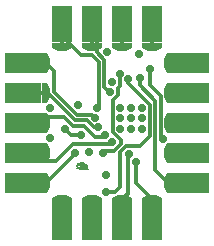
<source format=gbl>
G04 DipTrace 2.4.0.2*
%INdigipot.gbl*%
%MOMM*%
%ADD14C,0.305*%
%ADD22R,1.6X1.7*%
%ADD24R,2.0X1.7*%
%ADD26R,2.032X1.7*%
%ADD27R,1.7X1.6*%
%ADD28R,1.7X2.032*%
%ADD41C,0.711*%
%ADD42C,0.711*%
%FSLAX53Y53*%
G04*
G71*
G90*
G75*
G01*
%LNBottom*%
%LPD*%
X22816Y13818D2*
D14*
X23978D1*
X25248D1*
X20381Y22715D2*
Y22086D1*
X21712Y20754D1*
Y14921D1*
X22816Y13818D1*
X21230Y23474D2*
Y22133D1*
X22159Y21204D1*
Y17773D1*
X22379Y17553D1*
X18685Y23082D2*
Y22001D1*
X18555Y21871D1*
Y21280D1*
X18094Y20820D1*
Y18160D1*
X18817Y17437D1*
Y17135D1*
X18201Y16519D1*
X17480D1*
X17314Y16354D1*
X14086Y18401D2*
X14100D1*
X14604Y17898D1*
X15436D1*
X15441Y17892D1*
X17533Y13069D2*
X18315D1*
X18757Y13511D1*
Y16446D1*
X19269Y16959D1*
X20425D1*
X21244Y17778D1*
Y20464D1*
X19414Y22294D1*
Y22660D1*
X12441Y13818D2*
X11278D1*
X10008D1*
X14930Y16379D2*
Y16308D1*
X12441Y13818D1*
X16358Y10008D2*
Y11278D1*
Y12441D1*
X22816Y23978D2*
X23978D1*
X25248D2*
X23978D1*
X18898Y25356D2*
Y26518D1*
Y27788D1*
X21438Y25353D2*
Y26518D1*
Y27788D1*
X25248Y21438D2*
X23978D1*
X22816D1*
X25248Y16358D2*
X23978D1*
X22813D1*
X22816Y18898D2*
X23978D1*
X25248D1*
X16597Y19356D2*
X16543D1*
X16322Y19577D1*
X15084D1*
X13093Y21568D1*
Y23326D1*
X12441Y23978D1*
X11278D1*
X10008D1*
X17867Y21540D2*
X17793D1*
X17394Y21939D1*
Y24272D1*
X16752Y24913D1*
Y26124D1*
X16358Y26518D1*
Y25353D2*
Y26518D1*
Y27788D1*
X16779Y20182D2*
X16957D1*
Y24062D1*
X16337Y24683D1*
X15376D1*
X13818Y26241D1*
Y26518D1*
Y25356D2*
Y26518D1*
Y27788D1*
X16822Y18545D2*
X16490D1*
X15909Y19125D1*
X14911D1*
X12599Y21438D1*
X12443D1*
X10008D2*
X11278D1*
X12443D2*
X11278D1*
X18054Y17296D2*
Y17117D1*
X14731D1*
X13272Y15657D1*
X12441D1*
Y16358D1*
X10008D2*
X11278D1*
X12441D1*
X17467Y17923D2*
X17523D1*
X17334Y17733D1*
X16635D1*
X15688Y18680D1*
X14728D1*
X13989Y19419D1*
X12441D1*
Y18898D1*
X10008D2*
X11278D1*
X12441D2*
X11278D1*
X10008D2*
D3*
X19482Y16249D2*
X19363D1*
Y12905D1*
X18898Y12441D1*
Y11278D1*
Y10008D2*
Y11278D1*
X20081Y15619D2*
Y13798D1*
X21438Y12441D1*
Y11278D2*
Y10008D1*
Y12441D2*
Y11278D1*
X13818Y10008D2*
Y11278D1*
Y12441D1*
D42*
X20351Y24722D3*
X18050Y22362D3*
X15125Y20469D3*
X14930Y16379D3*
X17867Y21540D3*
X16779Y20182D3*
X16597Y19356D3*
X16822Y18545D3*
X17467Y17923D3*
X18054Y17296D3*
X17533Y13069D3*
X18685Y23082D3*
X21230Y23474D3*
X22379Y17553D3*
X20081Y15619D3*
X19482Y16249D3*
X20381Y22715D3*
X17632Y24932D3*
X19414Y22660D3*
X17541Y14534D3*
X12813Y20164D3*
X12800Y17622D3*
X16105Y16469D3*
X17314Y16354D3*
X15441Y17892D3*
X14086Y18401D3*
D22*
X11278Y13818D3*
G36*
X12538Y12968D2*
X12073D1*
Y14668D1*
X12538D1*
X12808Y14143D1*
Y13493D1*
X12538Y12968D1*
G37*
D24*
X10008Y13818D3*
D22*
X11278Y21438D3*
Y18898D3*
Y16358D3*
G36*
X12538Y18048D2*
X12073D1*
Y19748D1*
X12538D1*
X12808Y19223D1*
Y18573D1*
X12538Y18048D1*
G37*
G36*
Y20588D2*
X12078D1*
Y22288D1*
X12538D1*
X12808Y21763D1*
Y21113D1*
X12538Y20588D1*
G37*
D26*
X10008Y21438D3*
G36*
X12538Y15508D2*
X12073D1*
Y17208D1*
X12538D1*
X12808Y16683D1*
Y16033D1*
X12538Y15508D1*
G37*
D26*
X10008Y18898D3*
Y16358D3*
D27*
X16358Y26518D3*
X13818D3*
D28*
X16358Y27788D3*
X13818D3*
G36*
X12968Y25258D2*
Y25723D1*
X14668D1*
Y25258D1*
X14143Y24988D1*
X13493D1*
X12968Y25258D1*
G37*
G36*
X15508D2*
Y25718D1*
X17208D1*
Y25258D1*
X16683Y24988D1*
X16033D1*
X15508Y25258D1*
G37*
D27*
X21438Y26518D3*
X18898D3*
D28*
X21438Y27788D3*
X18898D3*
G36*
X18048Y25258D2*
Y25723D1*
X19748D1*
Y25258D1*
X19223Y24988D1*
X18573D1*
X18048Y25258D1*
G37*
G36*
X20588D2*
Y25718D1*
X22288D1*
Y25258D1*
X21763Y24988D1*
X21113D1*
X20588Y25258D1*
G37*
D22*
X23978Y16358D3*
Y18898D3*
Y21438D3*
G36*
X22718Y19748D2*
X23183D1*
Y18048D1*
X22718D1*
X22448Y18573D1*
Y19223D1*
X22718Y19748D1*
G37*
G36*
Y17208D2*
X23178D1*
Y15508D1*
X22718D1*
X22448Y16033D1*
Y16683D1*
X22718Y17208D1*
G37*
D26*
X25248Y16358D3*
G36*
X22718Y22288D2*
X23183D1*
Y20588D1*
X22718D1*
X22448Y21113D1*
Y21763D1*
X22718Y22288D1*
G37*
D26*
X25248Y18898D3*
Y21438D3*
D22*
X23978Y13818D3*
G36*
X22718Y14668D2*
X23183D1*
Y12968D1*
X22718D1*
X22448Y13493D1*
Y14143D1*
X22718Y14668D1*
G37*
D24*
X25248Y13818D3*
D27*
X21438Y11278D3*
X18898D3*
X16358D3*
X13818D3*
G36*
X19748Y12538D2*
Y12073D1*
X18048D1*
Y12538D1*
X18573Y12808D1*
X19223D1*
X19748Y12538D1*
G37*
G36*
X22288D2*
Y12073D1*
X20588D1*
Y12538D1*
X21113Y12808D1*
X21763D1*
X22288Y12538D1*
G37*
G36*
X14668D2*
Y12073D1*
X12968D1*
Y12538D1*
X13493Y12808D1*
X14143D1*
X14668Y12538D1*
G37*
G36*
X17208D2*
Y12073D1*
X15508D1*
Y12538D1*
X16033Y12808D1*
X16683D1*
X17208Y12538D1*
G37*
D28*
X13818Y10008D3*
X16358D3*
X18898D3*
X21438D3*
D22*
X11278Y23978D3*
G36*
X12538Y23128D2*
X12073D1*
Y24828D1*
X12538D1*
X12808Y24303D1*
Y23653D1*
X12538Y23128D1*
G37*
D24*
X10008Y23978D3*
D22*
X23978D3*
G36*
X22718Y24828D2*
X23183D1*
Y23128D1*
X22718D1*
X22448Y23653D1*
Y24303D1*
X22718Y24828D1*
G37*
D24*
X25248Y23978D3*
D41*
X18746Y18407D3*
Y19307D3*
Y20207D3*
X19646Y18407D3*
Y19307D3*
Y20207D3*
X20546Y18407D3*
Y19307D3*
Y20207D3*
G36*
X16069Y14972D2*
X16040Y15163D1*
X15980Y15310D1*
X15904Y15404D1*
X15827Y15480D1*
X15715Y15544D1*
X15650Y15569D1*
X15554Y15589D1*
X15504Y15599D1*
X15421Y15605D1*
X15356Y15582D1*
X15318Y15544D1*
X15293Y15518D1*
X15229Y15505D1*
X15203Y15511D1*
X15153Y15525D1*
X15125Y15556D1*
X15026Y15475D1*
X15076Y15398D1*
Y15381D1*
X14988Y15345D1*
X14975Y15290D1*
X14965Y15188D1*
X15218Y15295D1*
X15250D1*
X15293Y15287D1*
X15303Y15264D1*
X15283Y15213D1*
X15167Y15150D1*
X14996Y15079D1*
X15021Y15028D1*
X15085Y14974D1*
X15275Y15048D1*
X15269Y15010D1*
Y14972D1*
X16069D1*
G37*
M02*

</source>
